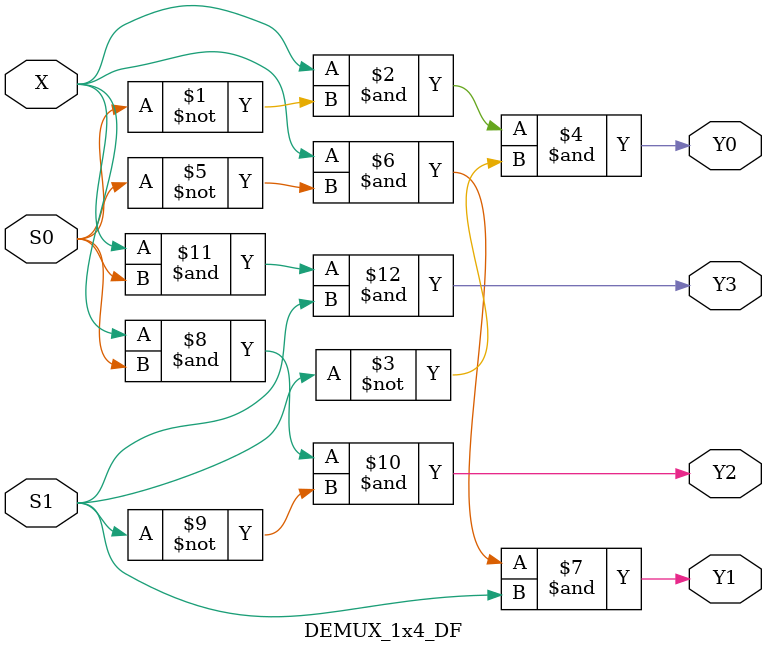
<source format=v>
`timescale 1ns / 1ps


module DEMUX_1x4_DF(
    input X,
    input S0,
    input S1,
    output Y0,
    output Y1,
    output Y2,
    output Y3
    );
    
    assign Y0 = X & (~S0) & (~S1);
    assign Y1 = X & (~S0) & (S1);
    assign Y2 = X & (S0) & (~S1);
    assign Y3 = X & (S0) & (S1);
endmodule

</source>
